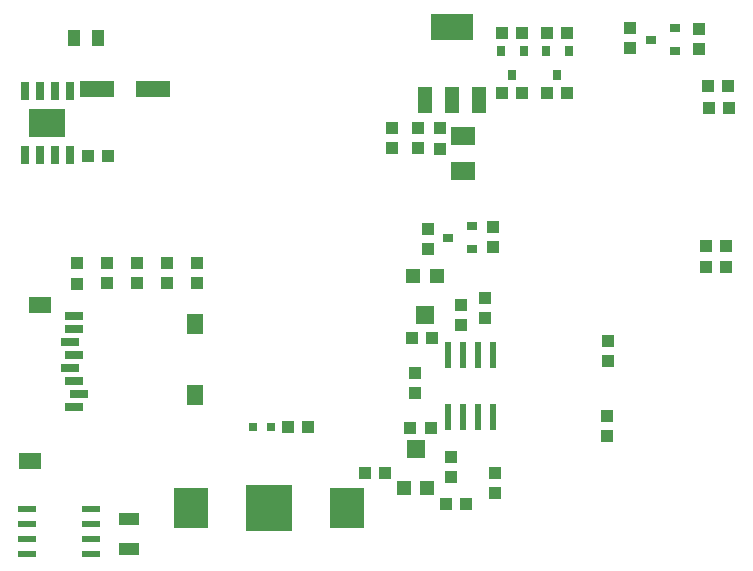
<source format=gbr>
G04 EAGLE Gerber RS-274X export*
G75*
%MOMM*%
%FSLAX34Y34*%
%LPD*%
%INSolderpaste Top*%
%IPPOS*%
%AMOC8*
5,1,8,0,0,1.08239X$1,22.5*%
G01*
%ADD10R,1.900000X1.400000*%
%ADD11R,1.400000X1.800000*%
%ADD12R,1.500000X0.700000*%
%ADD13R,1.100000X1.000000*%
%ADD14R,1.080000X1.050000*%
%ADD15R,0.600000X2.200000*%
%ADD16R,1.050000X1.080000*%
%ADD17R,1.500000X1.600000*%
%ADD18R,1.200000X1.200000*%
%ADD19R,0.650000X1.525000*%
%ADD20R,3.100000X2.400000*%
%ADD21R,1.000000X1.100000*%
%ADD22R,3.000000X1.400000*%
%ADD23R,1.100000X1.400000*%
%ADD24R,0.787400X0.889000*%
%ADD25R,0.889000X0.787400*%
%ADD26R,1.550000X0.600000*%
%ADD27R,2.000000X1.500000*%
%ADD28R,1.219200X2.235200*%
%ADD29R,3.600000X2.200000*%
%ADD30R,2.900000X3.500000*%
%ADD31R,3.960000X3.960000*%
%ADD32R,1.800000X1.000000*%
%ADD33R,0.800000X0.800000*%


D10*
X32240Y227140D03*
X23240Y95140D03*
D11*
X163240Y211140D03*
X163240Y151140D03*
D12*
X61240Y218140D03*
X61240Y207140D03*
X57240Y196140D03*
X61240Y185140D03*
X57240Y174140D03*
X61240Y163140D03*
X65240Y152140D03*
X61240Y141140D03*
D13*
X114300Y245500D03*
X114300Y262500D03*
X88900Y245500D03*
X88900Y262500D03*
X139700Y245500D03*
X139700Y262500D03*
X165100Y245500D03*
X165100Y262500D03*
D14*
X63500Y245250D03*
X63500Y262750D03*
D13*
X513080Y179460D03*
X513080Y196460D03*
X511810Y132960D03*
X511810Y115960D03*
D15*
X389890Y132750D03*
X389890Y184750D03*
X377190Y132750D03*
X402590Y132750D03*
X415290Y132750D03*
X377190Y184750D03*
X402590Y184750D03*
X415290Y184750D03*
D13*
X388620Y209940D03*
X388620Y226940D03*
X380154Y98246D03*
X380154Y81246D03*
D16*
X363080Y123190D03*
X345580Y123190D03*
X364350Y199390D03*
X346850Y199390D03*
D17*
X350097Y105170D03*
D18*
X340097Y71920D03*
X360097Y71920D03*
D17*
X358140Y218680D03*
D18*
X368140Y251930D03*
X348140Y251930D03*
D19*
X19050Y353880D03*
X31750Y353880D03*
X44450Y353880D03*
X57150Y353880D03*
X57150Y408120D03*
X44450Y408120D03*
X31750Y408120D03*
X19050Y408120D03*
D20*
X38100Y381000D03*
D21*
X89780Y353060D03*
X72780Y353060D03*
D22*
X128140Y410210D03*
X80140Y410210D03*
D23*
X81120Y453390D03*
X61120Y453390D03*
D24*
X479806Y441960D03*
X460502Y441960D03*
X470154Y421640D03*
D21*
X461400Y457200D03*
X478400Y457200D03*
X478400Y406400D03*
X461400Y406400D03*
D24*
X441706Y441960D03*
X422402Y441960D03*
X432054Y421640D03*
D21*
X423300Y457200D03*
X440300Y457200D03*
X423300Y406400D03*
X440300Y406400D03*
D25*
X569807Y442213D03*
X569807Y461517D03*
X549487Y451865D03*
X397510Y274574D03*
X397510Y293878D03*
X377190Y284226D03*
D13*
X531707Y461466D03*
X531707Y444466D03*
X590126Y460619D03*
X590126Y443619D03*
X360680Y291710D03*
X360680Y274710D03*
X415290Y292980D03*
X415290Y275980D03*
D26*
X75160Y16510D03*
X75160Y29210D03*
X75160Y41910D03*
X75160Y54610D03*
X21160Y54610D03*
X21160Y41910D03*
X21160Y29210D03*
X21160Y16510D03*
D13*
X351790Y376800D03*
X351790Y359800D03*
X330200Y359800D03*
X330200Y376800D03*
D14*
X370840Y359550D03*
X370840Y377050D03*
D27*
X389890Y340600D03*
X389890Y370600D03*
D28*
X357886Y400812D03*
X381000Y400812D03*
X404114Y400812D03*
D29*
X381000Y462790D03*
D21*
X596020Y276860D03*
X613020Y276860D03*
D16*
X613270Y259080D03*
X595770Y259080D03*
D21*
X614290Y412750D03*
X597290Y412750D03*
D16*
X598310Y393700D03*
X615810Y393700D03*
D13*
X408940Y216290D03*
X408940Y233290D03*
X416982Y84700D03*
X416982Y67700D03*
D14*
X349250Y170040D03*
X349250Y152540D03*
D30*
X292037Y55028D03*
X160037Y55028D03*
D31*
X226037Y55028D03*
D32*
X107516Y45767D03*
X107516Y20267D03*
D21*
X307275Y84658D03*
X324275Y84658D03*
X375853Y58430D03*
X392853Y58430D03*
X242088Y123601D03*
X259088Y123601D03*
D33*
X227611Y123601D03*
X212611Y123601D03*
M02*

</source>
